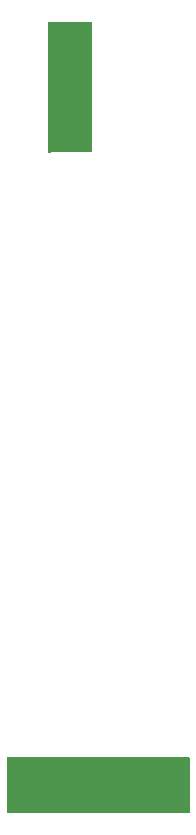
<source format=gbr>
%TF.GenerationSoftware,KiCad,Pcbnew,9.0.0*%
%TF.CreationDate,2025-07-25T21:30:29+02:00*%
%TF.ProjectId,PCK_Flex,50434b5f-466c-4657-982e-6b696361645f,rev?*%
%TF.SameCoordinates,Original*%
%TF.FileFunction,Copper,L2,Bot*%
%TF.FilePolarity,Positive*%
%FSLAX46Y46*%
G04 Gerber Fmt 4.6, Leading zero omitted, Abs format (unit mm)*
G04 Created by KiCad (PCBNEW 9.0.0) date 2025-07-25 21:30:29*
%MOMM*%
%LPD*%
G01*
G04 APERTURE LIST*
%TA.AperFunction,ViaPad*%
%ADD10C,0.350000*%
%TD*%
G04 APERTURE END LIST*
D10*
%TO.N,GND*%
X157505400Y-116738400D03*
X146024600Y-116738400D03*
X149402800Y-58775600D03*
X149402800Y-61747400D03*
X149402800Y-60248800D03*
X149402800Y-57251600D03*
X149402800Y-55753000D03*
X149402800Y-54250000D03*
X155016200Y-116738400D03*
X152019000Y-116738400D03*
X149021800Y-116738400D03*
%TD*%
%TA.AperFunction,Conductor*%
%TO.N,GND*%
G36*
X152458691Y-54019407D02*
G01*
X152494655Y-54068907D01*
X152499500Y-54099500D01*
X152499500Y-64900500D01*
X152480593Y-64958691D01*
X152431093Y-64994655D01*
X152400500Y-64999500D01*
X149176081Y-64999500D01*
X149031085Y-65028342D01*
X148894504Y-65084915D01*
X148890216Y-65087208D01*
X148889373Y-65085632D01*
X148837505Y-65100256D01*
X148780104Y-65079074D01*
X148746115Y-65028198D01*
X148742400Y-65001333D01*
X148742400Y-54099500D01*
X148761307Y-54041309D01*
X148810807Y-54005345D01*
X148841400Y-54000500D01*
X149200172Y-54000500D01*
X152400500Y-54000500D01*
X152458691Y-54019407D01*
G37*
%TD.AperFunction*%
%TD*%
%TA.AperFunction,Conductor*%
%TO.N,GND*%
G36*
X160708691Y-116249307D02*
G01*
X160744655Y-116298807D01*
X160749500Y-116329400D01*
X160749500Y-120900500D01*
X160730593Y-120958691D01*
X160681093Y-120994655D01*
X160650500Y-120999500D01*
X145349500Y-120999500D01*
X145291309Y-120980593D01*
X145255345Y-120931093D01*
X145250500Y-120900500D01*
X145250500Y-116329400D01*
X145269407Y-116271209D01*
X145318907Y-116235245D01*
X145349500Y-116230400D01*
X160650500Y-116230400D01*
X160708691Y-116249307D01*
G37*
%TD.AperFunction*%
%TD*%
M02*

</source>
